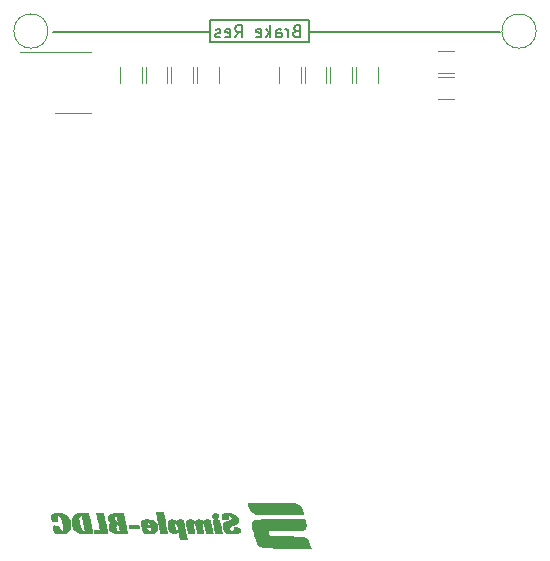
<source format=gbr>
%TF.GenerationSoftware,KiCad,Pcbnew,(5.1.6)-1*%
%TF.CreationDate,2022-04-30T17:47:53+08:00*%
%TF.ProjectId,simple_bldc,73696d70-6c65-45f6-926c-64632e6b6963,1*%
%TF.SameCoordinates,PX6979f40PYa1135a0*%
%TF.FileFunction,Legend,Bot*%
%TF.FilePolarity,Positive*%
%FSLAX46Y46*%
G04 Gerber Fmt 4.6, Leading zero omitted, Abs format (unit mm)*
G04 Created by KiCad (PCBNEW (5.1.6)-1) date 2022-04-30 17:47:53*
%MOMM*%
%LPD*%
G01*
G04 APERTURE LIST*
%ADD10C,0.150000*%
%ADD11C,0.120000*%
%ADD12C,0.010000*%
G04 APERTURE END LIST*
D10*
X38417095Y48966429D02*
X38274238Y48918810D01*
X38226619Y48871191D01*
X38179000Y48775953D01*
X38179000Y48633096D01*
X38226619Y48537858D01*
X38274238Y48490239D01*
X38369476Y48442620D01*
X38750428Y48442620D01*
X38750428Y49442620D01*
X38417095Y49442620D01*
X38321857Y49395000D01*
X38274238Y49347381D01*
X38226619Y49252143D01*
X38226619Y49156905D01*
X38274238Y49061667D01*
X38321857Y49014048D01*
X38417095Y48966429D01*
X38750428Y48966429D01*
X37750428Y48442620D02*
X37750428Y49109286D01*
X37750428Y48918810D02*
X37702809Y49014048D01*
X37655190Y49061667D01*
X37559952Y49109286D01*
X37464714Y49109286D01*
X36702809Y48442620D02*
X36702809Y48966429D01*
X36750428Y49061667D01*
X36845666Y49109286D01*
X37036142Y49109286D01*
X37131380Y49061667D01*
X36702809Y48490239D02*
X36798047Y48442620D01*
X37036142Y48442620D01*
X37131380Y48490239D01*
X37179000Y48585477D01*
X37179000Y48680715D01*
X37131380Y48775953D01*
X37036142Y48823572D01*
X36798047Y48823572D01*
X36702809Y48871191D01*
X36226619Y48442620D02*
X36226619Y49442620D01*
X36131380Y48823572D02*
X35845666Y48442620D01*
X35845666Y49109286D02*
X36226619Y48728334D01*
X35036142Y48490239D02*
X35131380Y48442620D01*
X35321857Y48442620D01*
X35417095Y48490239D01*
X35464714Y48585477D01*
X35464714Y48966429D01*
X35417095Y49061667D01*
X35321857Y49109286D01*
X35131380Y49109286D01*
X35036142Y49061667D01*
X34988523Y48966429D01*
X34988523Y48871191D01*
X35464714Y48775953D01*
X33226619Y48442620D02*
X33559952Y48918810D01*
X33798047Y48442620D02*
X33798047Y49442620D01*
X33417095Y49442620D01*
X33321857Y49395000D01*
X33274238Y49347381D01*
X33226619Y49252143D01*
X33226619Y49109286D01*
X33274238Y49014048D01*
X33321857Y48966429D01*
X33417095Y48918810D01*
X33798047Y48918810D01*
X32417095Y48490239D02*
X32512333Y48442620D01*
X32702809Y48442620D01*
X32798047Y48490239D01*
X32845666Y48585477D01*
X32845666Y48966429D01*
X32798047Y49061667D01*
X32702809Y49109286D01*
X32512333Y49109286D01*
X32417095Y49061667D01*
X32369476Y48966429D01*
X32369476Y48871191D01*
X32845666Y48775953D01*
X31988523Y48490239D02*
X31893285Y48442620D01*
X31702809Y48442620D01*
X31607571Y48490239D01*
X31559952Y48585477D01*
X31559952Y48633096D01*
X31607571Y48728334D01*
X31702809Y48775953D01*
X31845666Y48775953D01*
X31940904Y48823572D01*
X31988523Y48918810D01*
X31988523Y48966429D01*
X31940904Y49061667D01*
X31845666Y49109286D01*
X31702809Y49109286D01*
X31607571Y49061667D01*
X39497000Y48006000D02*
X31115000Y48006000D01*
X39497000Y49911000D02*
X39497000Y48006000D01*
X31115000Y49911000D02*
X39497000Y49911000D01*
X31115000Y48006000D02*
X31115000Y49911000D01*
X31115000Y48895000D02*
X17780000Y48895000D01*
X55626000Y48895000D02*
X39497000Y48895000D01*
D11*
%TO.C,RES2*%
X58727000Y48971200D02*
G75*
G03*
X58727000Y48971200I-1450000J0D01*
G01*
%TO.C,RES1*%
X17401200Y48971200D02*
G75*
G03*
X17401200Y48971200I-1450000J0D01*
G01*
%TO.C,Q7*%
X18021300Y42027800D02*
X21021300Y42027800D01*
X15021300Y47227800D02*
X21021300Y47227800D01*
D12*
%TO.C,H5*%
G36*
X35333664Y9011702D02*
G01*
X35057684Y9010579D01*
X34816974Y9008754D01*
X34616998Y9006271D01*
X34463217Y9003172D01*
X34361096Y8999501D01*
X34316097Y8995300D01*
X34314532Y8994549D01*
X34312633Y8954357D01*
X34327936Y8870417D01*
X34357257Y8759120D01*
X34365698Y8731216D01*
X34465711Y8500141D01*
X34609608Y8314115D01*
X34799919Y8169995D01*
X34832434Y8151899D01*
X34966275Y8080375D01*
X36974463Y8071315D01*
X37325097Y8070041D01*
X37656275Y8069435D01*
X37962654Y8069469D01*
X38238888Y8070112D01*
X38479632Y8071337D01*
X38679543Y8073112D01*
X38833275Y8075410D01*
X38935483Y8078200D01*
X38980824Y8081454D01*
X38982650Y8082303D01*
X38972232Y8139247D01*
X38945420Y8234925D01*
X38908885Y8348907D01*
X38869293Y8460762D01*
X38833314Y8550059D01*
X38822657Y8572500D01*
X38717307Y8723347D01*
X38572193Y8856866D01*
X38427025Y8943954D01*
X38397305Y8955688D01*
X38360913Y8965762D01*
X38312926Y8974331D01*
X38248421Y8981550D01*
X38162475Y8987574D01*
X38050166Y8992558D01*
X37906570Y8996658D01*
X37726765Y9000029D01*
X37505827Y9002826D01*
X37238833Y9005204D01*
X36920862Y9007318D01*
X36546988Y9009324D01*
X36318599Y9010424D01*
X35969585Y9011668D01*
X35639452Y9012079D01*
X35333664Y9011702D01*
G37*
X35333664Y9011702D02*
X35057684Y9010579D01*
X34816974Y9008754D01*
X34616998Y9006271D01*
X34463217Y9003172D01*
X34361096Y8999501D01*
X34316097Y8995300D01*
X34314532Y8994549D01*
X34312633Y8954357D01*
X34327936Y8870417D01*
X34357257Y8759120D01*
X34365698Y8731216D01*
X34465711Y8500141D01*
X34609608Y8314115D01*
X34799919Y8169995D01*
X34832434Y8151899D01*
X34966275Y8080375D01*
X36974463Y8071315D01*
X37325097Y8070041D01*
X37656275Y8069435D01*
X37962654Y8069469D01*
X38238888Y8070112D01*
X38479632Y8071337D01*
X38679543Y8073112D01*
X38833275Y8075410D01*
X38935483Y8078200D01*
X38980824Y8081454D01*
X38982650Y8082303D01*
X38972232Y8139247D01*
X38945420Y8234925D01*
X38908885Y8348907D01*
X38869293Y8460762D01*
X38833314Y8550059D01*
X38822657Y8572500D01*
X38717307Y8723347D01*
X38572193Y8856866D01*
X38427025Y8943954D01*
X38397305Y8955688D01*
X38360913Y8965762D01*
X38312926Y8974331D01*
X38248421Y8981550D01*
X38162475Y8987574D01*
X38050166Y8992558D01*
X37906570Y8996658D01*
X37726765Y9000029D01*
X37505827Y9002826D01*
X37238833Y9005204D01*
X36920862Y9007318D01*
X36546988Y9009324D01*
X36318599Y9010424D01*
X35969585Y9011668D01*
X35639452Y9012079D01*
X35333664Y9011702D01*
G36*
X31428124Y8146499D02*
G01*
X31327011Y8101451D01*
X31269328Y8021468D01*
X31262405Y7913717D01*
X31275101Y7865557D01*
X31325685Y7778986D01*
X31410005Y7731055D01*
X31539899Y7715313D01*
X31551063Y7715250D01*
X31678792Y7736460D01*
X31743650Y7778750D01*
X31800151Y7871150D01*
X31801690Y7967615D01*
X31754487Y8055216D01*
X31664762Y8121019D01*
X31565340Y8149442D01*
X31428124Y8146499D01*
G37*
X31428124Y8146499D02*
X31327011Y8101451D01*
X31269328Y8021468D01*
X31262405Y7913717D01*
X31275101Y7865557D01*
X31325685Y7778986D01*
X31410005Y7731055D01*
X31539899Y7715313D01*
X31551063Y7715250D01*
X31678792Y7736460D01*
X31743650Y7778750D01*
X31800151Y7871150D01*
X31801690Y7967615D01*
X31754487Y8055216D01*
X31664762Y8121019D01*
X31565340Y8149442D01*
X31428124Y8146499D01*
G36*
X24235155Y7072313D02*
G01*
X24258766Y6989452D01*
X24271184Y6945313D01*
X24283939Y6922352D01*
X24314012Y6906680D01*
X24371751Y6896949D01*
X24467505Y6891808D01*
X24611624Y6889908D01*
X24697290Y6889750D01*
X24866141Y6890504D01*
X24981466Y6893665D01*
X25053230Y6900583D01*
X25091398Y6912607D01*
X25105936Y6931089D01*
X25107467Y6945313D01*
X25098883Y7021594D01*
X25087889Y7072313D01*
X25077657Y7101044D01*
X25058093Y7120814D01*
X25018745Y7133295D01*
X24949160Y7140162D01*
X24838888Y7143087D01*
X24677476Y7143744D01*
X24641683Y7143750D01*
X24214621Y7143750D01*
X24235155Y7072313D01*
G37*
X24235155Y7072313D02*
X24258766Y6989452D01*
X24271184Y6945313D01*
X24283939Y6922352D01*
X24314012Y6906680D01*
X24371751Y6896949D01*
X24467505Y6891808D01*
X24611624Y6889908D01*
X24697290Y6889750D01*
X24866141Y6890504D01*
X24981466Y6893665D01*
X25053230Y6900583D01*
X25091398Y6912607D01*
X25105936Y6931089D01*
X25107467Y6945313D01*
X25098883Y7021594D01*
X25087889Y7072313D01*
X25077657Y7101044D01*
X25058093Y7120814D01*
X25018745Y7133295D01*
X24949160Y7140162D01*
X24838888Y7143087D01*
X24677476Y7143744D01*
X24641683Y7143750D01*
X24214621Y7143750D01*
X24235155Y7072313D01*
G36*
X17979727Y8146064D02*
G01*
X17800396Y8099382D01*
X17797463Y8098264D01*
X17696440Y8056372D01*
X17639905Y8016023D01*
X17619882Y7960199D01*
X17628393Y7871886D01*
X17647684Y7778750D01*
X17676247Y7644952D01*
X17699000Y7560741D01*
X17728015Y7514776D01*
X17775363Y7495714D01*
X17853116Y7492213D01*
X17951814Y7493000D01*
X18192268Y7493000D01*
X18185395Y7659688D01*
X18180656Y7801663D01*
X18182899Y7891918D01*
X18195570Y7942135D01*
X18222117Y7963997D01*
X18265986Y7969186D01*
X18276730Y7969250D01*
X18368037Y7946450D01*
X18446890Y7875316D01*
X18515793Y7751753D01*
X18577252Y7571665D01*
X18616211Y7414194D01*
X18648575Y7238080D01*
X18668534Y7065780D01*
X18675843Y6909713D01*
X18670258Y6782299D01*
X18651536Y6695958D01*
X18630900Y6666868D01*
X18542611Y6641841D01*
X18458026Y6677395D01*
X18380777Y6770611D01*
X18314496Y6918570D01*
X18313276Y6922161D01*
X18254482Y7096125D01*
X18014066Y7105399D01*
X17895589Y7109543D01*
X17821170Y7103718D01*
X17784129Y7077058D01*
X17777786Y7018693D01*
X17795461Y6917756D01*
X17823314Y6795057D01*
X17872978Y6576703D01*
X18067604Y6510977D01*
X18272028Y6461840D01*
X18491685Y6442538D01*
X18705812Y6452861D01*
X18893643Y6492595D01*
X18964275Y6520118D01*
X19106930Y6610029D01*
X19203924Y6729112D01*
X19259643Y6885627D01*
X19278474Y7087837D01*
X19278490Y7112000D01*
X19272601Y7250295D01*
X19258684Y7382634D01*
X19240071Y7479004D01*
X19149208Y7687460D01*
X19008466Y7871883D01*
X18829914Y8020240D01*
X18625620Y8120498D01*
X18583764Y8133431D01*
X18399925Y8164363D01*
X18189074Y8168149D01*
X17979727Y8146064D01*
G37*
X17979727Y8146064D02*
X17800396Y8099382D01*
X17797463Y8098264D01*
X17696440Y8056372D01*
X17639905Y8016023D01*
X17619882Y7960199D01*
X17628393Y7871886D01*
X17647684Y7778750D01*
X17676247Y7644952D01*
X17699000Y7560741D01*
X17728015Y7514776D01*
X17775363Y7495714D01*
X17853116Y7492213D01*
X17951814Y7493000D01*
X18192268Y7493000D01*
X18185395Y7659688D01*
X18180656Y7801663D01*
X18182899Y7891918D01*
X18195570Y7942135D01*
X18222117Y7963997D01*
X18265986Y7969186D01*
X18276730Y7969250D01*
X18368037Y7946450D01*
X18446890Y7875316D01*
X18515793Y7751753D01*
X18577252Y7571665D01*
X18616211Y7414194D01*
X18648575Y7238080D01*
X18668534Y7065780D01*
X18675843Y6909713D01*
X18670258Y6782299D01*
X18651536Y6695958D01*
X18630900Y6666868D01*
X18542611Y6641841D01*
X18458026Y6677395D01*
X18380777Y6770611D01*
X18314496Y6918570D01*
X18313276Y6922161D01*
X18254482Y7096125D01*
X18014066Y7105399D01*
X17895589Y7109543D01*
X17821170Y7103718D01*
X17784129Y7077058D01*
X17777786Y7018693D01*
X17795461Y6917756D01*
X17823314Y6795057D01*
X17872978Y6576703D01*
X18067604Y6510977D01*
X18272028Y6461840D01*
X18491685Y6442538D01*
X18705812Y6452861D01*
X18893643Y6492595D01*
X18964275Y6520118D01*
X19106930Y6610029D01*
X19203924Y6729112D01*
X19259643Y6885627D01*
X19278474Y7087837D01*
X19278490Y7112000D01*
X19272601Y7250295D01*
X19258684Y7382634D01*
X19240071Y7479004D01*
X19149208Y7687460D01*
X19008466Y7871883D01*
X18829914Y8020240D01*
X18625620Y8120498D01*
X18583764Y8133431D01*
X18399925Y8164363D01*
X18189074Y8168149D01*
X17979727Y8146064D01*
G36*
X20552463Y8158001D02*
G01*
X20396329Y8155715D01*
X20289838Y8153242D01*
X20087221Y8146599D01*
X19936762Y8138017D01*
X19827123Y8126167D01*
X19746964Y8109716D01*
X19684948Y8087333D01*
X19670694Y8080526D01*
X19558777Y7990972D01*
X19477184Y7857023D01*
X19426136Y7690195D01*
X19405857Y7502004D01*
X19416569Y7303969D01*
X19458496Y7107604D01*
X19531859Y6924428D01*
X19636882Y6765957D01*
X19645088Y6756470D01*
X19740326Y6658765D01*
X19838547Y6584623D01*
X19950619Y6530653D01*
X20087412Y6493465D01*
X20259793Y6469666D01*
X20478633Y6455868D01*
X20623213Y6451300D01*
X20833629Y6448075D01*
X20991868Y6449789D01*
X21094444Y6456311D01*
X21137870Y6467514D01*
X21139150Y6470325D01*
X21132758Y6508724D01*
X21114748Y6600683D01*
X21099537Y6675438D01*
X20504178Y6675438D01*
X20479617Y6641007D01*
X20412941Y6642676D01*
X20338957Y6669039D01*
X20257498Y6732896D01*
X20177589Y6841143D01*
X20111837Y6975637D01*
X20097285Y7016750D01*
X20072429Y7110886D01*
X20044095Y7244043D01*
X20015709Y7396524D01*
X19990698Y7548630D01*
X19972489Y7680663D01*
X19964508Y7772924D01*
X19964400Y7780642D01*
X19990992Y7884857D01*
X20063811Y7950934D01*
X20150707Y7969250D01*
X20237227Y7969250D01*
X20370716Y7342188D01*
X20411363Y7149350D01*
X20447020Y6976558D01*
X20475676Y6833850D01*
X20495323Y6731267D01*
X20503950Y6678847D01*
X20504178Y6675438D01*
X21099537Y6675438D01*
X21086870Y6737683D01*
X21050877Y6911208D01*
X21008518Y7112741D01*
X20964525Y7319808D01*
X20917886Y7538776D01*
X20875942Y7736698D01*
X20840434Y7905287D01*
X20813101Y8036253D01*
X20795682Y8121309D01*
X20789900Y8152046D01*
X20759951Y8156141D01*
X20677238Y8158134D01*
X20552463Y8158001D01*
G37*
X20552463Y8158001D02*
X20396329Y8155715D01*
X20289838Y8153242D01*
X20087221Y8146599D01*
X19936762Y8138017D01*
X19827123Y8126167D01*
X19746964Y8109716D01*
X19684948Y8087333D01*
X19670694Y8080526D01*
X19558777Y7990972D01*
X19477184Y7857023D01*
X19426136Y7690195D01*
X19405857Y7502004D01*
X19416569Y7303969D01*
X19458496Y7107604D01*
X19531859Y6924428D01*
X19636882Y6765957D01*
X19645088Y6756470D01*
X19740326Y6658765D01*
X19838547Y6584623D01*
X19950619Y6530653D01*
X20087412Y6493465D01*
X20259793Y6469666D01*
X20478633Y6455868D01*
X20623213Y6451300D01*
X20833629Y6448075D01*
X20991868Y6449789D01*
X21094444Y6456311D01*
X21137870Y6467514D01*
X21139150Y6470325D01*
X21132758Y6508724D01*
X21114748Y6600683D01*
X21099537Y6675438D01*
X20504178Y6675438D01*
X20479617Y6641007D01*
X20412941Y6642676D01*
X20338957Y6669039D01*
X20257498Y6732896D01*
X20177589Y6841143D01*
X20111837Y6975637D01*
X20097285Y7016750D01*
X20072429Y7110886D01*
X20044095Y7244043D01*
X20015709Y7396524D01*
X19990698Y7548630D01*
X19972489Y7680663D01*
X19964508Y7772924D01*
X19964400Y7780642D01*
X19990992Y7884857D01*
X20063811Y7950934D01*
X20150707Y7969250D01*
X20237227Y7969250D01*
X20370716Y7342188D01*
X20411363Y7149350D01*
X20447020Y6976558D01*
X20475676Y6833850D01*
X20495323Y6731267D01*
X20503950Y6678847D01*
X20504178Y6675438D01*
X21099537Y6675438D01*
X21086870Y6737683D01*
X21050877Y6911208D01*
X21008518Y7112741D01*
X20964525Y7319808D01*
X20917886Y7538776D01*
X20875942Y7736698D01*
X20840434Y7905287D01*
X20813101Y8036253D01*
X20795682Y8121309D01*
X20789900Y8152046D01*
X20759951Y8156141D01*
X20677238Y8158134D01*
X20552463Y8158001D01*
G36*
X21654345Y8158831D02*
G01*
X21554688Y8156680D01*
X21497093Y8153510D01*
X21488400Y8151533D01*
X21494745Y8119488D01*
X21512492Y8034476D01*
X21539713Y7905614D01*
X21574480Y7742019D01*
X21614864Y7552809D01*
X21631120Y7476846D01*
X21673430Y7276791D01*
X21710772Y7095497D01*
X21741169Y6942945D01*
X21762647Y6829121D01*
X21773230Y6764005D01*
X21773995Y6754813D01*
X21766479Y6727076D01*
X21735535Y6710352D01*
X21668854Y6701989D01*
X21554128Y6699333D01*
X21516182Y6699250D01*
X21258213Y6699250D01*
X21278057Y6600032D01*
X21292011Y6522185D01*
X21297900Y6473293D01*
X21297900Y6473032D01*
X21327984Y6464182D01*
X21411575Y6456497D01*
X21538686Y6450459D01*
X21699327Y6446551D01*
X21872797Y6445250D01*
X22085222Y6446205D01*
X22240798Y6449380D01*
X22346153Y6455246D01*
X22407912Y6464272D01*
X22432703Y6476927D01*
X22433244Y6484938D01*
X22423063Y6525631D01*
X22401819Y6619842D01*
X22371389Y6758923D01*
X22333649Y6934225D01*
X22290475Y7137099D01*
X22247284Y7342018D01*
X22075775Y8159410D01*
X21782088Y8159580D01*
X21654345Y8158831D01*
G37*
X21654345Y8158831D02*
X21554688Y8156680D01*
X21497093Y8153510D01*
X21488400Y8151533D01*
X21494745Y8119488D01*
X21512492Y8034476D01*
X21539713Y7905614D01*
X21574480Y7742019D01*
X21614864Y7552809D01*
X21631120Y7476846D01*
X21673430Y7276791D01*
X21710772Y7095497D01*
X21741169Y6942945D01*
X21762647Y6829121D01*
X21773230Y6764005D01*
X21773995Y6754813D01*
X21766479Y6727076D01*
X21735535Y6710352D01*
X21668854Y6701989D01*
X21554128Y6699333D01*
X21516182Y6699250D01*
X21258213Y6699250D01*
X21278057Y6600032D01*
X21292011Y6522185D01*
X21297900Y6473293D01*
X21297900Y6473032D01*
X21327984Y6464182D01*
X21411575Y6456497D01*
X21538686Y6450459D01*
X21699327Y6446551D01*
X21872797Y6445250D01*
X22085222Y6446205D01*
X22240798Y6449380D01*
X22346153Y6455246D01*
X22407912Y6464272D01*
X22432703Y6476927D01*
X22433244Y6484938D01*
X22423063Y6525631D01*
X22401819Y6619842D01*
X22371389Y6758923D01*
X22333649Y6934225D01*
X22290475Y7137099D01*
X22247284Y7342018D01*
X22075775Y8159410D01*
X21782088Y8159580D01*
X21654345Y8158831D01*
G36*
X23369175Y8158566D02*
G01*
X23210758Y8152261D01*
X23051122Y8142632D01*
X22902663Y8130240D01*
X22777778Y8115645D01*
X22688865Y8099409D01*
X22660684Y8090382D01*
X22543291Y8008989D01*
X22473344Y7896638D01*
X22452103Y7765951D01*
X22480830Y7629550D01*
X22560786Y7500058D01*
X22597887Y7461683D01*
X22717430Y7350125D01*
X22629561Y7278568D01*
X22553754Y7179112D01*
X22521092Y7051276D01*
X22529495Y6911255D01*
X22576884Y6775246D01*
X22661180Y6659443D01*
X22714711Y6615402D01*
X22796697Y6562710D01*
X22873344Y6523633D01*
X22956488Y6495835D01*
X23057966Y6476984D01*
X23189617Y6464745D01*
X23363276Y6456784D01*
X23544213Y6451837D01*
X23722677Y6448612D01*
X23876809Y6447675D01*
X23996381Y6448937D01*
X24071168Y6452308D01*
X24091900Y6456626D01*
X24085540Y6491178D01*
X24067619Y6579495D01*
X24048817Y6670133D01*
X23450637Y6670133D01*
X23434318Y6643818D01*
X23399625Y6638120D01*
X23354727Y6641676D01*
X23264264Y6670427D01*
X23189598Y6745785D01*
X23180102Y6759508D01*
X23119601Y6899424D01*
X23107650Y7015096D01*
X23119306Y7136874D01*
X23158602Y7207822D01*
X23232033Y7236987D01*
X23268406Y7239000D01*
X23310365Y7235293D01*
X23339274Y7215899D01*
X23361602Y7168412D01*
X23383817Y7080423D01*
X23404955Y6977063D01*
X23434393Y6826327D01*
X23450141Y6727493D01*
X23450637Y6670133D01*
X24048817Y6670133D01*
X24039872Y6713250D01*
X24004040Y6884114D01*
X23961858Y7083762D01*
X23917337Y7293205D01*
X23883361Y7453313D01*
X23296849Y7453313D01*
X23273112Y7431722D01*
X23209726Y7436595D01*
X23128521Y7464752D01*
X23041188Y7538334D01*
X22991658Y7659821D01*
X22980650Y7776357D01*
X22998872Y7886565D01*
X23049691Y7951541D01*
X23127341Y7963992D01*
X23128821Y7963715D01*
X23164551Y7937867D01*
X23197679Y7869026D01*
X23232293Y7748064D01*
X23240170Y7715031D01*
X23266756Y7598590D01*
X23286747Y7506829D01*
X23296467Y7456706D01*
X23296849Y7453313D01*
X23883361Y7453313D01*
X23870664Y7513146D01*
X23828693Y7712812D01*
X23793169Y7883749D01*
X23765838Y8017504D01*
X23748444Y8105621D01*
X23742712Y8139331D01*
X23713141Y8151929D01*
X23632763Y8158961D01*
X23513976Y8160986D01*
X23369175Y8158566D01*
G37*
X23369175Y8158566D02*
X23210758Y8152261D01*
X23051122Y8142632D01*
X22902663Y8130240D01*
X22777778Y8115645D01*
X22688865Y8099409D01*
X22660684Y8090382D01*
X22543291Y8008989D01*
X22473344Y7896638D01*
X22452103Y7765951D01*
X22480830Y7629550D01*
X22560786Y7500058D01*
X22597887Y7461683D01*
X22717430Y7350125D01*
X22629561Y7278568D01*
X22553754Y7179112D01*
X22521092Y7051276D01*
X22529495Y6911255D01*
X22576884Y6775246D01*
X22661180Y6659443D01*
X22714711Y6615402D01*
X22796697Y6562710D01*
X22873344Y6523633D01*
X22956488Y6495835D01*
X23057966Y6476984D01*
X23189617Y6464745D01*
X23363276Y6456784D01*
X23544213Y6451837D01*
X23722677Y6448612D01*
X23876809Y6447675D01*
X23996381Y6448937D01*
X24071168Y6452308D01*
X24091900Y6456626D01*
X24085540Y6491178D01*
X24067619Y6579495D01*
X24048817Y6670133D01*
X23450637Y6670133D01*
X23434318Y6643818D01*
X23399625Y6638120D01*
X23354727Y6641676D01*
X23264264Y6670427D01*
X23189598Y6745785D01*
X23180102Y6759508D01*
X23119601Y6899424D01*
X23107650Y7015096D01*
X23119306Y7136874D01*
X23158602Y7207822D01*
X23232033Y7236987D01*
X23268406Y7239000D01*
X23310365Y7235293D01*
X23339274Y7215899D01*
X23361602Y7168412D01*
X23383817Y7080423D01*
X23404955Y6977063D01*
X23434393Y6826327D01*
X23450141Y6727493D01*
X23450637Y6670133D01*
X24048817Y6670133D01*
X24039872Y6713250D01*
X24004040Y6884114D01*
X23961858Y7083762D01*
X23917337Y7293205D01*
X23883361Y7453313D01*
X23296849Y7453313D01*
X23273112Y7431722D01*
X23209726Y7436595D01*
X23128521Y7464752D01*
X23041188Y7538334D01*
X22991658Y7659821D01*
X22980650Y7776357D01*
X22998872Y7886565D01*
X23049691Y7951541D01*
X23127341Y7963992D01*
X23128821Y7963715D01*
X23164551Y7937867D01*
X23197679Y7869026D01*
X23232293Y7748064D01*
X23240170Y7715031D01*
X23266756Y7598590D01*
X23286747Y7506829D01*
X23296467Y7456706D01*
X23296849Y7453313D01*
X23883361Y7453313D01*
X23870664Y7513146D01*
X23828693Y7712812D01*
X23793169Y7883749D01*
X23765838Y8017504D01*
X23748444Y8105621D01*
X23742712Y8139331D01*
X23713141Y8151929D01*
X23632763Y8158961D01*
X23513976Y8160986D01*
X23369175Y8158566D01*
G36*
X25617544Y7617011D02*
G01*
X25521129Y7605464D01*
X25448888Y7581497D01*
X25390408Y7547495D01*
X25289806Y7445506D01*
X25244013Y7316400D01*
X25255527Y7169050D01*
X25270760Y7122004D01*
X25316808Y7000875D01*
X25706104Y6991948D01*
X26095400Y6983020D01*
X26085838Y6817323D01*
X26076422Y6718187D01*
X26058103Y6666163D01*
X26023587Y6644880D01*
X26007659Y6641849D01*
X25938618Y6658649D01*
X25860222Y6731193D01*
X25848909Y6745036D01*
X25795555Y6806855D01*
X25746494Y6840680D01*
X25680035Y6854919D01*
X25574490Y6857983D01*
X25557547Y6858000D01*
X25356319Y6858000D01*
X25377873Y6723063D01*
X25402821Y6629448D01*
X25438822Y6560274D01*
X25450634Y6548144D01*
X25548122Y6500443D01*
X25689534Y6466337D01*
X25856581Y6446696D01*
X26030977Y6442390D01*
X26194434Y6454287D01*
X26328664Y6483258D01*
X26378396Y6504039D01*
X26515807Y6608916D01*
X26600001Y6748084D01*
X26629529Y6919062D01*
X26629485Y6934133D01*
X26602293Y7147910D01*
X26596542Y7161202D01*
X26028650Y7161202D01*
X26011547Y7129096D01*
X25952022Y7114321D01*
X25885775Y7112000D01*
X25742900Y7112000D01*
X25742900Y7268105D01*
X25752622Y7380495D01*
X25784185Y7436240D01*
X25841193Y7439516D01*
X25877509Y7424269D01*
X25935042Y7370728D01*
X25989543Y7284653D01*
X26024104Y7195476D01*
X26028650Y7161202D01*
X26596542Y7161202D01*
X26527292Y7321252D01*
X26403868Y7454640D01*
X26231409Y7548557D01*
X26009302Y7603485D01*
X25757708Y7620000D01*
X25617544Y7617011D01*
G37*
X25617544Y7617011D02*
X25521129Y7605464D01*
X25448888Y7581497D01*
X25390408Y7547495D01*
X25289806Y7445506D01*
X25244013Y7316400D01*
X25255527Y7169050D01*
X25270760Y7122004D01*
X25316808Y7000875D01*
X25706104Y6991948D01*
X26095400Y6983020D01*
X26085838Y6817323D01*
X26076422Y6718187D01*
X26058103Y6666163D01*
X26023587Y6644880D01*
X26007659Y6641849D01*
X25938618Y6658649D01*
X25860222Y6731193D01*
X25848909Y6745036D01*
X25795555Y6806855D01*
X25746494Y6840680D01*
X25680035Y6854919D01*
X25574490Y6857983D01*
X25557547Y6858000D01*
X25356319Y6858000D01*
X25377873Y6723063D01*
X25402821Y6629448D01*
X25438822Y6560274D01*
X25450634Y6548144D01*
X25548122Y6500443D01*
X25689534Y6466337D01*
X25856581Y6446696D01*
X26030977Y6442390D01*
X26194434Y6454287D01*
X26328664Y6483258D01*
X26378396Y6504039D01*
X26515807Y6608916D01*
X26600001Y6748084D01*
X26629529Y6919062D01*
X26629485Y6934133D01*
X26602293Y7147910D01*
X26596542Y7161202D01*
X26028650Y7161202D01*
X26011547Y7129096D01*
X25952022Y7114321D01*
X25885775Y7112000D01*
X25742900Y7112000D01*
X25742900Y7268105D01*
X25752622Y7380495D01*
X25784185Y7436240D01*
X25841193Y7439516D01*
X25877509Y7424269D01*
X25935042Y7370728D01*
X25989543Y7284653D01*
X26024104Y7195476D01*
X26028650Y7161202D01*
X26596542Y7161202D01*
X26527292Y7321252D01*
X26403868Y7454640D01*
X26231409Y7548557D01*
X26009302Y7603485D01*
X25757708Y7620000D01*
X25617544Y7617011D01*
G36*
X26682590Y8254305D02*
G01*
X26600878Y8250135D01*
X26559543Y8239361D01*
X26547024Y8218855D01*
X26551760Y8185490D01*
X26552210Y8183563D01*
X26566270Y8120815D01*
X26590191Y8010971D01*
X26621907Y7863766D01*
X26659353Y7688933D01*
X26700463Y7496206D01*
X26743173Y7295318D01*
X26785416Y7096004D01*
X26825127Y6907996D01*
X26860240Y6741030D01*
X26888691Y6604837D01*
X26908412Y6509153D01*
X26917340Y6463710D01*
X26917650Y6461432D01*
X26946987Y6454169D01*
X27025350Y6448594D01*
X27138274Y6445561D01*
X27191680Y6445250D01*
X27465709Y6445250D01*
X27446712Y6564313D01*
X27435006Y6627896D01*
X27412162Y6743576D01*
X27380221Y6901330D01*
X27341225Y7091139D01*
X27297215Y7302980D01*
X27262377Y7469188D01*
X27097039Y8255000D01*
X26816240Y8255000D01*
X26682590Y8254305D01*
G37*
X26682590Y8254305D02*
X26600878Y8250135D01*
X26559543Y8239361D01*
X26547024Y8218855D01*
X26551760Y8185490D01*
X26552210Y8183563D01*
X26566270Y8120815D01*
X26590191Y8010971D01*
X26621907Y7863766D01*
X26659353Y7688933D01*
X26700463Y7496206D01*
X26743173Y7295318D01*
X26785416Y7096004D01*
X26825127Y6907996D01*
X26860240Y6741030D01*
X26888691Y6604837D01*
X26908412Y6509153D01*
X26917340Y6463710D01*
X26917650Y6461432D01*
X26946987Y6454169D01*
X27025350Y6448594D01*
X27138274Y6445561D01*
X27191680Y6445250D01*
X27465709Y6445250D01*
X27446712Y6564313D01*
X27435006Y6627896D01*
X27412162Y6743576D01*
X27380221Y6901330D01*
X27341225Y7091139D01*
X27297215Y7302980D01*
X27262377Y7469188D01*
X27097039Y8255000D01*
X26816240Y8255000D01*
X26682590Y8254305D01*
G36*
X29261962Y7607410D02*
G01*
X29154722Y7536219D01*
X29154509Y7535989D01*
X29115982Y7487398D01*
X29092011Y7433469D01*
X29082793Y7363909D01*
X29088527Y7268423D01*
X29109409Y7136717D01*
X29145638Y6958499D01*
X29167525Y6858000D01*
X29254960Y6461125D01*
X29515055Y6451904D01*
X29647880Y6449405D01*
X29728260Y6454413D01*
X29766962Y6468392D01*
X29775150Y6487225D01*
X29769071Y6534150D01*
X29752491Y6629601D01*
X29727903Y6759949D01*
X29697797Y6911564D01*
X29695980Y6920497D01*
X29667124Y7070879D01*
X29645877Y7198946D01*
X29634145Y7291791D01*
X29633834Y7336511D01*
X29634354Y7337613D01*
X29683032Y7364673D01*
X29752759Y7353591D01*
X29815218Y7310438D01*
X29835118Y7266300D01*
X29864420Y7174824D01*
X29899400Y7050800D01*
X29936334Y6909021D01*
X29971500Y6764277D01*
X30001173Y6631359D01*
X30021631Y6525057D01*
X30029150Y6460620D01*
X30058410Y6453525D01*
X30136238Y6448164D01*
X30247709Y6445427D01*
X30286592Y6445250D01*
X30413348Y6446083D01*
X30488594Y6450954D01*
X30524319Y6463422D01*
X30532510Y6487047D01*
X30527222Y6516688D01*
X30492714Y6672125D01*
X30459848Y6835778D01*
X30430845Y6994544D01*
X30407929Y7135323D01*
X30393323Y7245011D01*
X30389250Y7310506D01*
X30390802Y7320774D01*
X30430371Y7361430D01*
X30450711Y7366001D01*
X30504527Y7355756D01*
X30549239Y7319530D01*
X30588872Y7249087D01*
X30627448Y7136192D01*
X30668990Y6972607D01*
X30691119Y6873875D01*
X30781160Y6461125D01*
X31056030Y6451952D01*
X31179167Y6448820D01*
X31273759Y6448276D01*
X31325385Y6450321D01*
X31330786Y6451952D01*
X31324435Y6488754D01*
X31307306Y6575307D01*
X31281991Y6699288D01*
X31251085Y6848373D01*
X31217181Y7010237D01*
X31182873Y7172556D01*
X31150755Y7323006D01*
X31123419Y7449262D01*
X31103460Y7539001D01*
X31093471Y7579898D01*
X31093327Y7580313D01*
X31050990Y7605476D01*
X30947520Y7618289D01*
X30869870Y7620001D01*
X30757379Y7618506D01*
X30691749Y7609687D01*
X30656345Y7587037D01*
X30634534Y7544050D01*
X30627850Y7525346D01*
X30594853Y7430691D01*
X30483523Y7515607D01*
X30374088Y7574662D01*
X30242731Y7610612D01*
X30109874Y7621391D01*
X29995934Y7604932D01*
X29932770Y7571352D01*
X29885571Y7514229D01*
X29870400Y7473516D01*
X29846604Y7462261D01*
X29776982Y7491133D01*
X29719588Y7524117D01*
X29554406Y7601149D01*
X29398527Y7628983D01*
X29261962Y7607410D01*
G37*
X29261962Y7607410D02*
X29154722Y7536219D01*
X29154509Y7535989D01*
X29115982Y7487398D01*
X29092011Y7433469D01*
X29082793Y7363909D01*
X29088527Y7268423D01*
X29109409Y7136717D01*
X29145638Y6958499D01*
X29167525Y6858000D01*
X29254960Y6461125D01*
X29515055Y6451904D01*
X29647880Y6449405D01*
X29728260Y6454413D01*
X29766962Y6468392D01*
X29775150Y6487225D01*
X29769071Y6534150D01*
X29752491Y6629601D01*
X29727903Y6759949D01*
X29697797Y6911564D01*
X29695980Y6920497D01*
X29667124Y7070879D01*
X29645877Y7198946D01*
X29634145Y7291791D01*
X29633834Y7336511D01*
X29634354Y7337613D01*
X29683032Y7364673D01*
X29752759Y7353591D01*
X29815218Y7310438D01*
X29835118Y7266300D01*
X29864420Y7174824D01*
X29899400Y7050800D01*
X29936334Y6909021D01*
X29971500Y6764277D01*
X30001173Y6631359D01*
X30021631Y6525057D01*
X30029150Y6460620D01*
X30058410Y6453525D01*
X30136238Y6448164D01*
X30247709Y6445427D01*
X30286592Y6445250D01*
X30413348Y6446083D01*
X30488594Y6450954D01*
X30524319Y6463422D01*
X30532510Y6487047D01*
X30527222Y6516688D01*
X30492714Y6672125D01*
X30459848Y6835778D01*
X30430845Y6994544D01*
X30407929Y7135323D01*
X30393323Y7245011D01*
X30389250Y7310506D01*
X30390802Y7320774D01*
X30430371Y7361430D01*
X30450711Y7366001D01*
X30504527Y7355756D01*
X30549239Y7319530D01*
X30588872Y7249087D01*
X30627448Y7136192D01*
X30668990Y6972607D01*
X30691119Y6873875D01*
X30781160Y6461125D01*
X31056030Y6451952D01*
X31179167Y6448820D01*
X31273759Y6448276D01*
X31325385Y6450321D01*
X31330786Y6451952D01*
X31324435Y6488754D01*
X31307306Y6575307D01*
X31281991Y6699288D01*
X31251085Y6848373D01*
X31217181Y7010237D01*
X31182873Y7172556D01*
X31150755Y7323006D01*
X31123419Y7449262D01*
X31103460Y7539001D01*
X31093471Y7579898D01*
X31093327Y7580313D01*
X31050990Y7605476D01*
X30947520Y7618289D01*
X30869870Y7620001D01*
X30757379Y7618506D01*
X30691749Y7609687D01*
X30656345Y7587037D01*
X30634534Y7544050D01*
X30627850Y7525346D01*
X30594853Y7430691D01*
X30483523Y7515607D01*
X30374088Y7574662D01*
X30242731Y7610612D01*
X30109874Y7621391D01*
X29995934Y7604932D01*
X29932770Y7571352D01*
X29885571Y7514229D01*
X29870400Y7473516D01*
X29846604Y7462261D01*
X29776982Y7491133D01*
X29719588Y7524117D01*
X29554406Y7601149D01*
X29398527Y7628983D01*
X29261962Y7607410D01*
G36*
X31457256Y7616885D02*
G01*
X31370625Y7606857D01*
X31333335Y7588894D01*
X31330653Y7580313D01*
X31336981Y7537582D01*
X31354687Y7443674D01*
X31381600Y7309449D01*
X31415550Y7145767D01*
X31448031Y6992938D01*
X31565656Y6445250D01*
X32116452Y6445250D01*
X32090940Y6580188D01*
X32074659Y6662074D01*
X32048448Y6789341D01*
X32015838Y6945309D01*
X31980355Y7113303D01*
X31945530Y7276644D01*
X31914890Y7418655D01*
X31891965Y7522658D01*
X31886052Y7548563D01*
X31873705Y7583322D01*
X31847600Y7604504D01*
X31794377Y7615448D01*
X31700681Y7619490D01*
X31600171Y7620000D01*
X31457256Y7616885D01*
G37*
X31457256Y7616885D02*
X31370625Y7606857D01*
X31333335Y7588894D01*
X31330653Y7580313D01*
X31336981Y7537582D01*
X31354687Y7443674D01*
X31381600Y7309449D01*
X31415550Y7145767D01*
X31448031Y6992938D01*
X31565656Y6445250D01*
X32116452Y6445250D01*
X32090940Y6580188D01*
X32074659Y6662074D01*
X32048448Y6789341D01*
X32015838Y6945309D01*
X31980355Y7113303D01*
X31945530Y7276644D01*
X31914890Y7418655D01*
X31891965Y7522658D01*
X31886052Y7548563D01*
X31873705Y7583322D01*
X31847600Y7604504D01*
X31794377Y7615448D01*
X31700681Y7619490D01*
X31600171Y7620000D01*
X31457256Y7616885D01*
G36*
X32478151Y8167860D02*
G01*
X32313368Y8145594D01*
X32200508Y8108914D01*
X32131527Y8069585D01*
X32094549Y8025531D01*
X32086265Y7961555D01*
X32103364Y7862465D01*
X32126848Y7770813D01*
X32158848Y7651750D01*
X32600900Y7651750D01*
X32600900Y7774863D01*
X32622046Y7887347D01*
X32677225Y7952691D01*
X32754046Y7967085D01*
X32840122Y7926716D01*
X32897554Y7866127D01*
X32940703Y7789799D01*
X32940291Y7719200D01*
X32932143Y7692689D01*
X32914474Y7652753D01*
X32886514Y7620450D01*
X32837823Y7590538D01*
X32757961Y7557775D01*
X32636488Y7516919D01*
X32492193Y7471746D01*
X32340033Y7410008D01*
X32242029Y7329606D01*
X32189220Y7218829D01*
X32172643Y7065967D01*
X32172606Y7054110D01*
X32197075Y6856986D01*
X32270728Y6699368D01*
X32395131Y6579247D01*
X32571851Y6494612D01*
X32620010Y6479968D01*
X32732983Y6460485D01*
X32885100Y6450013D01*
X33056636Y6448196D01*
X33227864Y6454678D01*
X33379057Y6469104D01*
X33490488Y6491117D01*
X33505008Y6495933D01*
X33589666Y6530486D01*
X33647681Y6560626D01*
X33656597Y6567497D01*
X33663246Y6609872D01*
X33653717Y6692458D01*
X33637961Y6765114D01*
X33593970Y6937375D01*
X33351435Y6946649D01*
X33108900Y6955922D01*
X33108900Y6845729D01*
X33086725Y6733001D01*
X33029768Y6662781D01*
X32952382Y6637354D01*
X32868923Y6659006D01*
X32793742Y6730021D01*
X32761346Y6790407D01*
X32738901Y6879710D01*
X32757933Y6950041D01*
X32815721Y7014256D01*
X32904178Y7073200D01*
X32993475Y7108558D01*
X33021715Y7112000D01*
X33072339Y7125436D01*
X33157415Y7160054D01*
X33226694Y7192734D01*
X33368674Y7287341D01*
X33452434Y7403635D01*
X33481324Y7547768D01*
X33474162Y7647200D01*
X33422432Y7792117D01*
X33318183Y7926325D01*
X33172393Y8038798D01*
X33008936Y8114305D01*
X32847141Y8152357D01*
X32663144Y8170162D01*
X32478151Y8167860D01*
G37*
X32478151Y8167860D02*
X32313368Y8145594D01*
X32200508Y8108914D01*
X32131527Y8069585D01*
X32094549Y8025531D01*
X32086265Y7961555D01*
X32103364Y7862465D01*
X32126848Y7770813D01*
X32158848Y7651750D01*
X32600900Y7651750D01*
X32600900Y7774863D01*
X32622046Y7887347D01*
X32677225Y7952691D01*
X32754046Y7967085D01*
X32840122Y7926716D01*
X32897554Y7866127D01*
X32940703Y7789799D01*
X32940291Y7719200D01*
X32932143Y7692689D01*
X32914474Y7652753D01*
X32886514Y7620450D01*
X32837823Y7590538D01*
X32757961Y7557775D01*
X32636488Y7516919D01*
X32492193Y7471746D01*
X32340033Y7410008D01*
X32242029Y7329606D01*
X32189220Y7218829D01*
X32172643Y7065967D01*
X32172606Y7054110D01*
X32197075Y6856986D01*
X32270728Y6699368D01*
X32395131Y6579247D01*
X32571851Y6494612D01*
X32620010Y6479968D01*
X32732983Y6460485D01*
X32885100Y6450013D01*
X33056636Y6448196D01*
X33227864Y6454678D01*
X33379057Y6469104D01*
X33490488Y6491117D01*
X33505008Y6495933D01*
X33589666Y6530486D01*
X33647681Y6560626D01*
X33656597Y6567497D01*
X33663246Y6609872D01*
X33653717Y6692458D01*
X33637961Y6765114D01*
X33593970Y6937375D01*
X33351435Y6946649D01*
X33108900Y6955922D01*
X33108900Y6845729D01*
X33086725Y6733001D01*
X33029768Y6662781D01*
X32952382Y6637354D01*
X32868923Y6659006D01*
X32793742Y6730021D01*
X32761346Y6790407D01*
X32738901Y6879710D01*
X32757933Y6950041D01*
X32815721Y7014256D01*
X32904178Y7073200D01*
X32993475Y7108558D01*
X33021715Y7112000D01*
X33072339Y7125436D01*
X33157415Y7160054D01*
X33226694Y7192734D01*
X33368674Y7287341D01*
X33452434Y7403635D01*
X33481324Y7547768D01*
X33474162Y7647200D01*
X33422432Y7792117D01*
X33318183Y7926325D01*
X33172393Y8038798D01*
X33008936Y8114305D01*
X32847141Y8152357D01*
X32663144Y8170162D01*
X32478151Y8167860D01*
G36*
X28470311Y7618446D02*
G01*
X28404374Y7609173D01*
X28367224Y7585263D01*
X28341507Y7539799D01*
X28333348Y7520736D01*
X28297727Y7457525D01*
X28270075Y7456776D01*
X28267463Y7460542D01*
X28210192Y7510045D01*
X28111573Y7558180D01*
X27993393Y7596782D01*
X27877438Y7617684D01*
X27843896Y7619303D01*
X27738212Y7608936D01*
X27657600Y7566626D01*
X27609352Y7522837D01*
X27561740Y7472580D01*
X27533983Y7427766D01*
X27522121Y7370758D01*
X27522198Y7283919D01*
X27529207Y7165649D01*
X27564148Y6913926D01*
X27633019Y6714394D01*
X27736572Y6565106D01*
X27773679Y6530525D01*
X27900732Y6462315D01*
X28051552Y6440578D01*
X28206348Y6465583D01*
X28325191Y6523056D01*
X28396842Y6565457D01*
X28443942Y6581721D01*
X28452063Y6578618D01*
X28463539Y6539392D01*
X28483857Y6453378D01*
X28509438Y6336059D01*
X28521428Y6278563D01*
X28578575Y6000750D01*
X29133401Y6000750D01*
X29107208Y6119813D01*
X29092624Y6187636D01*
X29067578Y6305752D01*
X29034571Y6462293D01*
X28996106Y6645389D01*
X28962791Y6804468D01*
X28392681Y6804468D01*
X28382050Y6754289D01*
X28373571Y6741357D01*
X28314619Y6705212D01*
X28250932Y6731505D01*
X28183898Y6819472D01*
X28163838Y6856790D01*
X28121236Y6969310D01*
X28096482Y7092135D01*
X28090298Y7208275D01*
X28103405Y7300741D01*
X28136524Y7352543D01*
X28142670Y7355533D01*
X28208689Y7350397D01*
X28269780Y7285529D01*
X28323510Y7164647D01*
X28361601Y7020531D01*
X28386055Y6888774D01*
X28392681Y6804468D01*
X28962791Y6804468D01*
X28954685Y6843171D01*
X28951584Y6858000D01*
X28910889Y7052360D01*
X28873765Y7229092D01*
X28842495Y7377382D01*
X28819358Y7486420D01*
X28806634Y7545392D01*
X28805922Y7548563D01*
X28791334Y7587198D01*
X28759498Y7608701D01*
X28695015Y7617995D01*
X28582485Y7620000D01*
X28582388Y7620000D01*
X28470311Y7618446D01*
G37*
X28470311Y7618446D02*
X28404374Y7609173D01*
X28367224Y7585263D01*
X28341507Y7539799D01*
X28333348Y7520736D01*
X28297727Y7457525D01*
X28270075Y7456776D01*
X28267463Y7460542D01*
X28210192Y7510045D01*
X28111573Y7558180D01*
X27993393Y7596782D01*
X27877438Y7617684D01*
X27843896Y7619303D01*
X27738212Y7608936D01*
X27657600Y7566626D01*
X27609352Y7522837D01*
X27561740Y7472580D01*
X27533983Y7427766D01*
X27522121Y7370758D01*
X27522198Y7283919D01*
X27529207Y7165649D01*
X27564148Y6913926D01*
X27633019Y6714394D01*
X27736572Y6565106D01*
X27773679Y6530525D01*
X27900732Y6462315D01*
X28051552Y6440578D01*
X28206348Y6465583D01*
X28325191Y6523056D01*
X28396842Y6565457D01*
X28443942Y6581721D01*
X28452063Y6578618D01*
X28463539Y6539392D01*
X28483857Y6453378D01*
X28509438Y6336059D01*
X28521428Y6278563D01*
X28578575Y6000750D01*
X29133401Y6000750D01*
X29107208Y6119813D01*
X29092624Y6187636D01*
X29067578Y6305752D01*
X29034571Y6462293D01*
X28996106Y6645389D01*
X28962791Y6804468D01*
X28392681Y6804468D01*
X28382050Y6754289D01*
X28373571Y6741357D01*
X28314619Y6705212D01*
X28250932Y6731505D01*
X28183898Y6819472D01*
X28163838Y6856790D01*
X28121236Y6969310D01*
X28096482Y7092135D01*
X28090298Y7208275D01*
X28103405Y7300741D01*
X28136524Y7352543D01*
X28142670Y7355533D01*
X28208689Y7350397D01*
X28269780Y7285529D01*
X28323510Y7164647D01*
X28361601Y7020531D01*
X28386055Y6888774D01*
X28392681Y6804468D01*
X28962791Y6804468D01*
X28954685Y6843171D01*
X28951584Y6858000D01*
X28910889Y7052360D01*
X28873765Y7229092D01*
X28842495Y7377382D01*
X28819358Y7486420D01*
X28806634Y7545392D01*
X28805922Y7548563D01*
X28791334Y7587198D01*
X28759498Y7608701D01*
X28695015Y7617995D01*
X28582485Y7620000D01*
X28582388Y7620000D01*
X28470311Y7618446D01*
G36*
X37020864Y7619882D02*
G01*
X36604900Y7619788D01*
X36247703Y7619470D01*
X35944540Y7618800D01*
X35690679Y7617647D01*
X35481387Y7615882D01*
X35311932Y7613376D01*
X35177580Y7609999D01*
X35073599Y7605622D01*
X34995256Y7600115D01*
X34937819Y7593348D01*
X34896555Y7585193D01*
X34866731Y7575520D01*
X34843614Y7564199D01*
X34836734Y7560130D01*
X34750714Y7481985D01*
X34678886Y7372666D01*
X34637396Y7259344D01*
X34632900Y7217105D01*
X34642171Y7149965D01*
X34667809Y7033662D01*
X34706556Y6879420D01*
X34755152Y6698466D01*
X34810337Y6502025D01*
X34868851Y6301324D01*
X34927436Y6107588D01*
X34982832Y5932045D01*
X35031779Y5785919D01*
X35071017Y5680436D01*
X35092577Y5633953D01*
X35215012Y5483500D01*
X35382068Y5362940D01*
X35577773Y5283182D01*
X35621837Y5272461D01*
X35692231Y5264589D01*
X35824247Y5257702D01*
X36016017Y5251831D01*
X36265670Y5247007D01*
X36571335Y5243259D01*
X36931144Y5240618D01*
X37343226Y5239114D01*
X37701780Y5238750D01*
X39624534Y5238750D01*
X39603879Y5326063D01*
X39531561Y5575521D01*
X39442558Y5771680D01*
X39330630Y5923874D01*
X39189537Y6041440D01*
X39086485Y6100137D01*
X38935025Y6175375D01*
X37504582Y6184798D01*
X36074139Y6194220D01*
X36020270Y6396384D01*
X35992354Y6508485D01*
X35972885Y6600685D01*
X35966400Y6648899D01*
X35971325Y6660771D01*
X35989620Y6670637D01*
X36026565Y6678680D01*
X36087443Y6685082D01*
X36177532Y6690025D01*
X36302114Y6693690D01*
X36466471Y6696260D01*
X36675882Y6697915D01*
X36935628Y6698839D01*
X37250990Y6699213D01*
X37428477Y6699250D01*
X37782332Y6699336D01*
X38078396Y6699938D01*
X38322378Y6701573D01*
X38519987Y6704758D01*
X38676932Y6710009D01*
X38798922Y6717844D01*
X38891667Y6728779D01*
X38960875Y6743332D01*
X39012255Y6762018D01*
X39051516Y6785356D01*
X39084368Y6813861D01*
X39116520Y6848051D01*
X39120483Y6852429D01*
X39181312Y6958158D01*
X39212788Y7093238D01*
X39208632Y7227855D01*
X39203942Y7248502D01*
X39178109Y7347170D01*
X39148198Y7461995D01*
X39142209Y7485063D01*
X39107203Y7620000D01*
X37020864Y7619882D01*
G37*
X37020864Y7619882D02*
X36604900Y7619788D01*
X36247703Y7619470D01*
X35944540Y7618800D01*
X35690679Y7617647D01*
X35481387Y7615882D01*
X35311932Y7613376D01*
X35177580Y7609999D01*
X35073599Y7605622D01*
X34995256Y7600115D01*
X34937819Y7593348D01*
X34896555Y7585193D01*
X34866731Y7575520D01*
X34843614Y7564199D01*
X34836734Y7560130D01*
X34750714Y7481985D01*
X34678886Y7372666D01*
X34637396Y7259344D01*
X34632900Y7217105D01*
X34642171Y7149965D01*
X34667809Y7033662D01*
X34706556Y6879420D01*
X34755152Y6698466D01*
X34810337Y6502025D01*
X34868851Y6301324D01*
X34927436Y6107588D01*
X34982832Y5932045D01*
X35031779Y5785919D01*
X35071017Y5680436D01*
X35092577Y5633953D01*
X35215012Y5483500D01*
X35382068Y5362940D01*
X35577773Y5283182D01*
X35621837Y5272461D01*
X35692231Y5264589D01*
X35824247Y5257702D01*
X36016017Y5251831D01*
X36265670Y5247007D01*
X36571335Y5243259D01*
X36931144Y5240618D01*
X37343226Y5239114D01*
X37701780Y5238750D01*
X39624534Y5238750D01*
X39603879Y5326063D01*
X39531561Y5575521D01*
X39442558Y5771680D01*
X39330630Y5923874D01*
X39189537Y6041440D01*
X39086485Y6100137D01*
X38935025Y6175375D01*
X37504582Y6184798D01*
X36074139Y6194220D01*
X36020270Y6396384D01*
X35992354Y6508485D01*
X35972885Y6600685D01*
X35966400Y6648899D01*
X35971325Y6660771D01*
X35989620Y6670637D01*
X36026565Y6678680D01*
X36087443Y6685082D01*
X36177532Y6690025D01*
X36302114Y6693690D01*
X36466471Y6696260D01*
X36675882Y6697915D01*
X36935628Y6698839D01*
X37250990Y6699213D01*
X37428477Y6699250D01*
X37782332Y6699336D01*
X38078396Y6699938D01*
X38322378Y6701573D01*
X38519987Y6704758D01*
X38676932Y6710009D01*
X38798922Y6717844D01*
X38891667Y6728779D01*
X38960875Y6743332D01*
X39012255Y6762018D01*
X39051516Y6785356D01*
X39084368Y6813861D01*
X39116520Y6848051D01*
X39120483Y6852429D01*
X39181312Y6958158D01*
X39212788Y7093238D01*
X39208632Y7227855D01*
X39203942Y7248502D01*
X39178109Y7347170D01*
X39148198Y7461995D01*
X39142209Y7485063D01*
X39107203Y7620000D01*
X37020864Y7619882D01*
D11*
%TO.C,C59*%
X38798400Y44541548D02*
X38798400Y45964052D01*
X36978400Y44541548D02*
X36978400Y45964052D01*
%TO.C,C58*%
X27503866Y44541548D02*
X27503866Y45964052D01*
X25683866Y44541548D02*
X25683866Y45964052D01*
%TO.C,C57*%
X51807652Y47280400D02*
X50385148Y47280400D01*
X51807652Y45460400D02*
X50385148Y45460400D01*
%TO.C,C55*%
X31838798Y44541548D02*
X31838798Y45964052D01*
X30018798Y44541548D02*
X30018798Y45964052D01*
%TO.C,C54*%
X25336400Y44541548D02*
X25336400Y45964052D01*
X23516400Y44541548D02*
X23516400Y45964052D01*
%TO.C,C53*%
X51807652Y45045200D02*
X50385148Y45045200D01*
X51807652Y43225200D02*
X50385148Y43225200D01*
%TO.C,C52*%
X43133332Y44541548D02*
X43133332Y45964052D01*
X41313332Y44541548D02*
X41313332Y45964052D01*
%TO.C,C51*%
X29671332Y44541548D02*
X29671332Y45964052D01*
X27851332Y44541548D02*
X27851332Y45964052D01*
%TO.C,C49*%
X40965866Y44541548D02*
X40965866Y45964052D01*
X39145866Y44541548D02*
X39145866Y45964052D01*
%TO.C,C2*%
X45300798Y44541548D02*
X45300798Y45964052D01*
X43480798Y44541548D02*
X43480798Y45964052D01*
%TD*%
M02*

</source>
